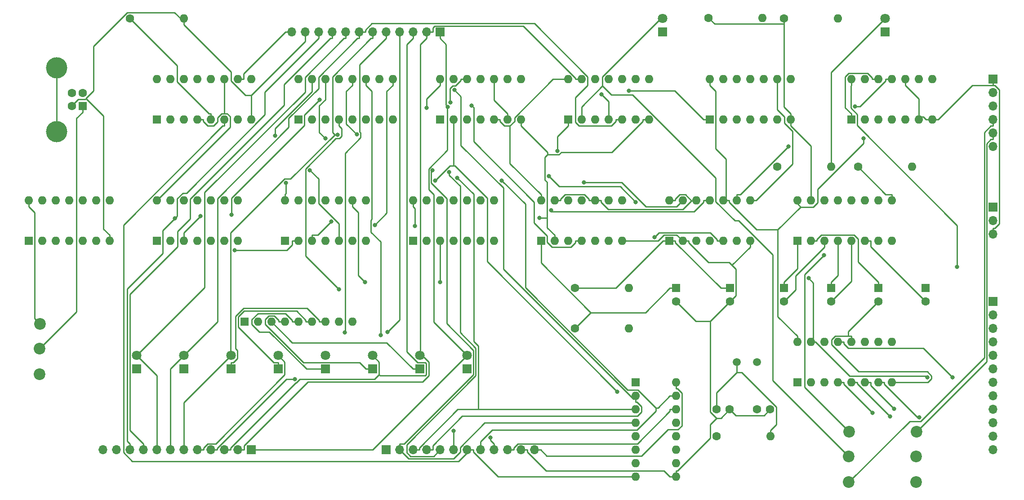
<source format=gbr>
%TF.GenerationSoftware,KiCad,Pcbnew,5.1.6-c6e7f7d~87~ubuntu16.04.1*%
%TF.CreationDate,2022-03-08T12:56:54-05:00*%
%TF.ProjectId,serial,73657269-616c-42e6-9b69-6361645f7063,rev?*%
%TF.SameCoordinates,Original*%
%TF.FileFunction,Copper,L2,Bot*%
%TF.FilePolarity,Positive*%
%FSLAX46Y46*%
G04 Gerber Fmt 4.6, Leading zero omitted, Abs format (unit mm)*
G04 Created by KiCad (PCBNEW 5.1.6-c6e7f7d~87~ubuntu16.04.1) date 2022-03-08 12:56:54*
%MOMM*%
%LPD*%
G01*
G04 APERTURE LIST*
%TA.AperFunction,ComponentPad*%
%ADD10O,1.600000X1.600000*%
%TD*%
%TA.AperFunction,ComponentPad*%
%ADD11R,1.600000X1.600000*%
%TD*%
%TA.AperFunction,ComponentPad*%
%ADD12C,1.500000*%
%TD*%
%TA.AperFunction,ComponentPad*%
%ADD13C,2.200000*%
%TD*%
%TA.AperFunction,ComponentPad*%
%ADD14C,1.600000*%
%TD*%
%TA.AperFunction,ComponentPad*%
%ADD15O,1.700000X1.700000*%
%TD*%
%TA.AperFunction,ComponentPad*%
%ADD16R,1.700000X1.700000*%
%TD*%
%TA.AperFunction,ComponentPad*%
%ADD17C,4.000000*%
%TD*%
%TA.AperFunction,ComponentPad*%
%ADD18C,1.800000*%
%TD*%
%TA.AperFunction,ComponentPad*%
%ADD19R,1.800000X1.800000*%
%TD*%
%TA.AperFunction,ViaPad*%
%ADD20C,0.800000*%
%TD*%
%TA.AperFunction,Conductor*%
%ADD21C,0.250000*%
%TD*%
G04 APERTURE END LIST*
D10*
%TO.P,U5,14*%
%TO.N,+5V*%
X134620000Y-13970000D03*
%TO.P,U5,7*%
%TO.N,GND*%
X149860000Y-21590000D03*
%TO.P,U5,13*%
%TO.N,Net-(U5-Pad13)*%
X137160000Y-13970000D03*
%TO.P,U5,6*%
%TO.N,Net-(U5-Pad6)*%
X147320000Y-21590000D03*
%TO.P,U5,12*%
%TO.N,Net-(U5-Pad12)*%
X139700000Y-13970000D03*
%TO.P,U5,5*%
%TO.N,Net-(U5-Pad5)*%
X144780000Y-21590000D03*
%TO.P,U5,11*%
%TO.N,Net-(U5-Pad11)*%
X142240000Y-13970000D03*
%TO.P,U5,4*%
%TO.N,Net-(U5-Pad4)*%
X142240000Y-21590000D03*
%TO.P,U5,10*%
%TO.N,Net-(U5-Pad10)*%
X144780000Y-13970000D03*
%TO.P,U5,3*%
%TO.N,B0_out*%
X139700000Y-21590000D03*
%TO.P,U5,9*%
%TO.N,Net-(U4-Pad9)*%
X147320000Y-13970000D03*
%TO.P,U5,2*%
%TO.N,B1_out*%
X137160000Y-21590000D03*
%TO.P,U5,8*%
%TO.N,Net-(U12-Pad3)*%
X149860000Y-13970000D03*
D11*
%TO.P,U5,1*%
%TO.N,B1_out*%
X134620000Y-21590000D03*
%TD*%
D10*
%TO.P,U4,14*%
%TO.N,+5V*%
X107950000Y-13970000D03*
%TO.P,U4,7*%
%TO.N,GND*%
X123190000Y-21590000D03*
%TO.P,U4,13*%
%TO.N,B1_out*%
X110490000Y-13970000D03*
%TO.P,U4,6*%
%TO.N,B5_out*%
X120650000Y-21590000D03*
%TO.P,U4,12*%
%TO.N,B2_out*%
X113030000Y-13970000D03*
%TO.P,U4,5*%
%TO.N,B6_out*%
X118110000Y-21590000D03*
%TO.P,U4,11*%
%TO.N,B3_out*%
X115570000Y-13970000D03*
%TO.P,U4,4*%
%TO.N,B7_out*%
X115570000Y-21590000D03*
%TO.P,U4,10*%
%TO.N,B4_out*%
X118110000Y-13970000D03*
%TO.P,U4,3*%
%TO.N,Net-(U4-Pad3)*%
X113030000Y-21590000D03*
%TO.P,U4,9*%
%TO.N,Net-(U4-Pad9)*%
X120650000Y-13970000D03*
%TO.P,U4,2*%
%TO.N,serial_in_ttl*%
X110490000Y-21590000D03*
%TO.P,U4,8*%
%TO.N,Net-(U12-Pad3)*%
X123190000Y-13970000D03*
D11*
%TO.P,U4,1*%
%TO.N,serial_in_ttl*%
X107950000Y-21590000D03*
%TD*%
D12*
%TO.P,Y1,2*%
%TO.N,Net-(C2-Pad1)*%
X143500000Y-67310000D03*
%TO.P,Y1,1*%
%TO.N,Net-(C1-Pad1)*%
X139700000Y-67310000D03*
%TD*%
D10*
%TO.P,U14,14*%
%TO.N,+5V*%
X78740000Y-36830000D03*
%TO.P,U14,7*%
%TO.N,GND*%
X93980000Y-44450000D03*
%TO.P,U14,13*%
%TO.N,N/C*%
X81280000Y-36830000D03*
%TO.P,U14,6*%
%TO.N,Net-(U14-Pad6)*%
X91440000Y-44450000D03*
%TO.P,U14,12*%
%TO.N,N/C*%
X83820000Y-36830000D03*
%TO.P,U14,5*%
%TO.N,Net-(U14-Pad5)*%
X88900000Y-44450000D03*
%TO.P,U14,11*%
%TO.N,N/C*%
X86360000Y-36830000D03*
%TO.P,U14,4*%
%TO.N,+5V*%
X86360000Y-44450000D03*
%TO.P,U14,10*%
%TO.N,N/C*%
X88900000Y-36830000D03*
%TO.P,U14,3*%
%TO.N,clock*%
X83820000Y-44450000D03*
%TO.P,U14,9*%
%TO.N,N/C*%
X91440000Y-36830000D03*
%TO.P,U14,2*%
%TO.N,Net-(U13-Pad3)*%
X81280000Y-44450000D03*
%TO.P,U14,8*%
%TO.N,N/C*%
X93980000Y-36830000D03*
D11*
%TO.P,U14,1*%
%TO.N,strobe_out*%
X78740000Y-44450000D03*
%TD*%
D10*
%TO.P,U13,14*%
%TO.N,+5V*%
X54610000Y-36830000D03*
%TO.P,U13,7*%
%TO.N,GND*%
X69850000Y-44450000D03*
%TO.P,U13,13*%
%TO.N,N/C*%
X57150000Y-36830000D03*
%TO.P,U13,6*%
%TO.N,serial_out_ttl*%
X67310000Y-44450000D03*
%TO.P,U13,12*%
%TO.N,N/C*%
X59690000Y-36830000D03*
%TO.P,U13,5*%
%TO.N,Net-(U1-Pad15)*%
X64770000Y-44450000D03*
%TO.P,U13,11*%
%TO.N,N/C*%
X62230000Y-36830000D03*
%TO.P,U13,4*%
%TO.N,Net-(U13-Pad4)*%
X62230000Y-44450000D03*
%TO.P,U13,10*%
%TO.N,strobe_in*%
X64770000Y-36830000D03*
%TO.P,U13,3*%
%TO.N,Net-(U13-Pad3)*%
X59690000Y-44450000D03*
%TO.P,U13,9*%
%TO.N,clock*%
X67310000Y-36830000D03*
%TO.P,U13,2*%
%TO.N,Net-(U12-Pad2)*%
X57150000Y-44450000D03*
%TO.P,U13,8*%
%TO.N,Net-(U1-Pad2)*%
X69850000Y-36830000D03*
D11*
%TO.P,U13,1*%
%TO.N,Net-(U11-Pad6)*%
X54610000Y-44450000D03*
%TD*%
D10*
%TO.P,U12,14*%
%TO.N,+5V*%
X30480000Y-36830000D03*
%TO.P,U12,7*%
%TO.N,GND*%
X45720000Y-44450000D03*
%TO.P,U12,13*%
%TO.N,N/C*%
X33020000Y-36830000D03*
%TO.P,U12,6*%
X43180000Y-44450000D03*
%TO.P,U12,12*%
X35560000Y-36830000D03*
%TO.P,U12,5*%
X40640000Y-44450000D03*
%TO.P,U12,11*%
X38100000Y-36830000D03*
%TO.P,U12,4*%
X38100000Y-44450000D03*
%TO.P,U12,10*%
X40640000Y-36830000D03*
%TO.P,U12,3*%
%TO.N,Net-(U12-Pad3)*%
X35560000Y-44450000D03*
%TO.P,U12,9*%
%TO.N,N/C*%
X43180000Y-36830000D03*
%TO.P,U12,2*%
%TO.N,Net-(U12-Pad2)*%
X33020000Y-44450000D03*
%TO.P,U12,8*%
%TO.N,N/C*%
X45720000Y-36830000D03*
D11*
%TO.P,U12,1*%
%TO.N,clock*%
X30480000Y-44450000D03*
%TD*%
D10*
%TO.P,U11,14*%
%TO.N,+5V*%
X6350000Y-36830000D03*
%TO.P,U11,7*%
%TO.N,GND*%
X21590000Y-44450000D03*
%TO.P,U11,13*%
%TO.N,N/C*%
X8890000Y-36830000D03*
%TO.P,U11,6*%
%TO.N,Net-(U11-Pad6)*%
X19050000Y-44450000D03*
%TO.P,U11,12*%
%TO.N,N/C*%
X11430000Y-36830000D03*
%TO.P,U11,5*%
%TO.N,serial_in_ttl*%
X16510000Y-44450000D03*
%TO.P,U11,11*%
%TO.N,Net-(U11-Pad11)*%
X13970000Y-36830000D03*
%TO.P,U11,4*%
%TO.N,Net-(U11-Pad4)*%
X13970000Y-44450000D03*
%TO.P,U11,10*%
%TO.N,Net-(U11-Pad10)*%
X16510000Y-36830000D03*
%TO.P,U11,3*%
%TO.N,Net-(U11-Pad3)*%
X11430000Y-44450000D03*
%TO.P,U11,9*%
%TO.N,N/C*%
X19050000Y-36830000D03*
%TO.P,U11,2*%
%TO.N,Net-(U1-Pad1)*%
X8890000Y-44450000D03*
%TO.P,U11,8*%
%TO.N,N/C*%
X21590000Y-36830000D03*
D11*
%TO.P,U11,1*%
%TO.N,strobe_in*%
X6350000Y-44450000D03*
%TD*%
D10*
%TO.P,U10,16*%
%TO.N,+5V*%
X151130000Y-36830000D03*
%TO.P,U10,8*%
%TO.N,Net-(J2-Pad1)*%
X168910000Y-44450000D03*
%TO.P,U10,15*%
%TO.N,GND*%
X153670000Y-36830000D03*
%TO.P,U10,7*%
%TO.N,Net-(J2-Pad2)*%
X166370000Y-44450000D03*
%TO.P,U10,14*%
%TO.N,Net-(U10-Pad14)*%
X156210000Y-36830000D03*
%TO.P,U10,6*%
%TO.N,Net-(C6-Pad2)*%
X163830000Y-44450000D03*
%TO.P,U10,13*%
%TO.N,Net-(U10-Pad13)*%
X158750000Y-36830000D03*
%TO.P,U10,5*%
%TO.N,Net-(C4-Pad2)*%
X161290000Y-44450000D03*
%TO.P,U10,12*%
%TO.N,Net-(U10-Pad12)*%
X161290000Y-36830000D03*
%TO.P,U10,4*%
%TO.N,Net-(C4-Pad1)*%
X158750000Y-44450000D03*
%TO.P,U10,11*%
%TO.N,Net-(U10-Pad11)*%
X163830000Y-36830000D03*
%TO.P,U10,3*%
%TO.N,Net-(C3-Pad2)*%
X156210000Y-44450000D03*
%TO.P,U10,10*%
%TO.N,Net-(R3-Pad1)*%
X166370000Y-36830000D03*
%TO.P,U10,2*%
%TO.N,Net-(C5-Pad1)*%
X153670000Y-44450000D03*
%TO.P,U10,9*%
%TO.N,Net-(R4-Pad1)*%
X168910000Y-36830000D03*
D11*
%TO.P,U10,1*%
%TO.N,Net-(C3-Pad1)*%
X151130000Y-44450000D03*
%TD*%
D10*
%TO.P,U9,16*%
%TO.N,+5V*%
X151130000Y-63500000D03*
%TO.P,U9,8*%
%TO.N,GND*%
X168910000Y-71120000D03*
%TO.P,U9,15*%
%TO.N,Net-(J6-Pad6)*%
X153670000Y-63500000D03*
%TO.P,U9,7*%
%TO.N,Net-(J6-Pad12)*%
X166370000Y-71120000D03*
%TO.P,U9,14*%
%TO.N,Net-(J6-Pad8)*%
X156210000Y-63500000D03*
%TO.P,U9,6*%
%TO.N,Net-(J6-Pad9)*%
X163830000Y-71120000D03*
%TO.P,U9,13*%
%TO.N,Net-(J6-Pad7)*%
X158750000Y-63500000D03*
%TO.P,U9,5*%
%TO.N,Net-(J6-Pad11)*%
X161290000Y-71120000D03*
%TO.P,U9,12*%
%TO.N,GND*%
X161290000Y-63500000D03*
%TO.P,U9,4*%
%TO.N,Net-(J6-Pad10)*%
X158750000Y-71120000D03*
%TO.P,U9,11*%
%TO.N,Net-(C1-Pad1)*%
X163830000Y-63500000D03*
%TO.P,U9,3*%
%TO.N,Net-(J6-Pad2)*%
X156210000Y-71120000D03*
%TO.P,U9,10*%
%TO.N,Net-(C2-Pad1)*%
X166370000Y-63500000D03*
%TO.P,U9,2*%
%TO.N,Net-(J6-Pad3)*%
X153670000Y-71120000D03*
%TO.P,U9,9*%
%TO.N,Net-(U9-Pad9)*%
X168910000Y-63500000D03*
D11*
%TO.P,U9,1*%
%TO.N,Net-(J6-Pad4)*%
X151130000Y-71120000D03*
%TD*%
D10*
%TO.P,U8,14*%
%TO.N,+5V*%
X127000000Y-36830000D03*
%TO.P,U8,7*%
%TO.N,GND*%
X142240000Y-44450000D03*
%TO.P,U8,13*%
%TO.N,strobe_out*%
X129540000Y-36830000D03*
%TO.P,U8,6*%
X139700000Y-44450000D03*
%TO.P,U8,12*%
%TO.N,+5V*%
X132080000Y-36830000D03*
%TO.P,U8,5*%
%TO.N,Net-(U12-Pad2)*%
X137160000Y-44450000D03*
%TO.P,U8,11*%
%TO.N,Net-(U14-Pad5)*%
X134620000Y-36830000D03*
%TO.P,U8,4*%
%TO.N,Net-(U4-Pad9)*%
X134620000Y-44450000D03*
%TO.P,U8,10*%
%TO.N,+5V*%
X137160000Y-36830000D03*
%TO.P,U8,3*%
%TO.N,Net-(U11-Pad10)*%
X132080000Y-44450000D03*
%TO.P,U8,9*%
%TO.N,Net-(U6-Pad2)*%
X139700000Y-36830000D03*
%TO.P,U8,2*%
%TO.N,GND*%
X129540000Y-44450000D03*
%TO.P,U8,8*%
%TO.N,Net-(U4-Pad9)*%
X142240000Y-36830000D03*
D11*
%TO.P,U8,1*%
%TO.N,Net-(C7-Pad1)*%
X127000000Y-44450000D03*
%TD*%
D10*
%TO.P,U7,14*%
%TO.N,+5V*%
X102870000Y-36830000D03*
%TO.P,U7,7*%
%TO.N,GND*%
X118110000Y-44450000D03*
%TO.P,U7,13*%
%TO.N,+5V*%
X105410000Y-36830000D03*
%TO.P,U7,6*%
%TO.N,Net-(U1-Pad15)*%
X115570000Y-44450000D03*
%TO.P,U7,12*%
%TO.N,Net-(U7-Pad12)*%
X107950000Y-36830000D03*
%TO.P,U7,5*%
%TO.N,Net-(U7-Pad5)*%
X113030000Y-44450000D03*
%TO.P,U7,11*%
%TO.N,Net-(J6-Pad6)*%
X110490000Y-36830000D03*
%TO.P,U7,4*%
%TO.N,Net-(U1-Pad1)*%
X110490000Y-44450000D03*
%TO.P,U7,10*%
%TO.N,+5V*%
X113030000Y-36830000D03*
%TO.P,U7,3*%
%TO.N,Net-(U11-Pad4)*%
X107950000Y-44450000D03*
%TO.P,U7,9*%
%TO.N,Net-(J6-Pad5)*%
X115570000Y-36830000D03*
%TO.P,U7,2*%
%TO.N,GND*%
X105410000Y-44450000D03*
%TO.P,U7,8*%
%TO.N,Net-(U7-Pad12)*%
X118110000Y-36830000D03*
D11*
%TO.P,U7,1*%
%TO.N,Net-(C8-Pad1)*%
X102870000Y-44450000D03*
%TD*%
D10*
%TO.P,U6,14*%
%TO.N,clock*%
X161290000Y-13970000D03*
%TO.P,U6,7*%
%TO.N,GND*%
X176530000Y-21590000D03*
%TO.P,U6,13*%
%TO.N,N/C*%
X163830000Y-13970000D03*
%TO.P,U6,6*%
%TO.N,GND*%
X173990000Y-21590000D03*
%TO.P,U6,12*%
%TO.N,Net-(U6-Pad1)*%
X166370000Y-13970000D03*
%TO.P,U6,5*%
%TO.N,+5V*%
X171450000Y-21590000D03*
%TO.P,U6,11*%
%TO.N,Net-(U11-Pad11)*%
X168910000Y-13970000D03*
%TO.P,U6,4*%
%TO.N,N/C*%
X168910000Y-21590000D03*
%TO.P,U6,10*%
%TO.N,GND*%
X171450000Y-13970000D03*
%TO.P,U6,3*%
%TO.N,Net-(U6-Pad2)*%
X166370000Y-21590000D03*
%TO.P,U6,9*%
%TO.N,Net-(U6-Pad9)*%
X173990000Y-13970000D03*
%TO.P,U6,2*%
%TO.N,Net-(U6-Pad2)*%
X163830000Y-21590000D03*
%TO.P,U6,8*%
%TO.N,Net-(U6-Pad8)*%
X176530000Y-13970000D03*
D11*
%TO.P,U6,1*%
%TO.N,Net-(U6-Pad1)*%
X161290000Y-21590000D03*
%TD*%
D10*
%TO.P,U3,14*%
%TO.N,Net-(U1-Pad2)*%
X83820000Y-13970000D03*
%TO.P,U3,7*%
%TO.N,GND*%
X99060000Y-21590000D03*
%TO.P,U3,13*%
%TO.N,N/C*%
X86360000Y-13970000D03*
%TO.P,U3,6*%
%TO.N,GND*%
X96520000Y-21590000D03*
%TO.P,U3,12*%
%TO.N,Net-(U3-Pad1)*%
X88900000Y-13970000D03*
%TO.P,U3,5*%
%TO.N,+5V*%
X93980000Y-21590000D03*
%TO.P,U3,11*%
%TO.N,Net-(U11-Pad3)*%
X91440000Y-13970000D03*
%TO.P,U3,4*%
%TO.N,N/C*%
X91440000Y-21590000D03*
%TO.P,U3,10*%
%TO.N,GND*%
X93980000Y-13970000D03*
%TO.P,U3,3*%
%TO.N,strobe_in*%
X88900000Y-21590000D03*
%TO.P,U3,9*%
%TO.N,Net-(U3-Pad9)*%
X96520000Y-13970000D03*
%TO.P,U3,2*%
%TO.N,strobe_in*%
X86360000Y-21590000D03*
%TO.P,U3,8*%
%TO.N,Net-(U3-Pad8)*%
X99060000Y-13970000D03*
D11*
%TO.P,U3,1*%
%TO.N,Net-(U3-Pad1)*%
X83820000Y-21590000D03*
%TD*%
D10*
%TO.P,U2,16*%
%TO.N,+5V*%
X57150000Y-13970000D03*
%TO.P,U2,8*%
%TO.N,GND*%
X74930000Y-21590000D03*
%TO.P,U2,15*%
%TO.N,Net-(U1-Pad15)*%
X59690000Y-13970000D03*
%TO.P,U2,7*%
%TO.N,Net-(U2-Pad7)*%
X72390000Y-21590000D03*
%TO.P,U2,14*%
%TO.N,B2_in*%
X62230000Y-13970000D03*
%TO.P,U2,6*%
%TO.N,+5V*%
X69850000Y-21590000D03*
%TO.P,U2,13*%
%TO.N,B3_in*%
X64770000Y-13970000D03*
%TO.P,U2,5*%
%TO.N,GND*%
X67310000Y-21590000D03*
%TO.P,U2,12*%
%TO.N,B4_in*%
X67310000Y-13970000D03*
%TO.P,U2,4*%
%TO.N,B0_in*%
X64770000Y-21590000D03*
%TO.P,U2,11*%
%TO.N,B5_in*%
X69850000Y-13970000D03*
%TO.P,U2,3*%
%TO.N,B1_in*%
X62230000Y-21590000D03*
%TO.P,U2,10*%
%TO.N,Net-(U1-Pad9)*%
X72390000Y-13970000D03*
%TO.P,U2,2*%
%TO.N,Net-(U1-Pad2)*%
X59690000Y-21590000D03*
%TO.P,U2,9*%
%TO.N,Net-(U13-Pad4)*%
X74930000Y-13970000D03*
D11*
%TO.P,U2,1*%
%TO.N,Net-(U1-Pad1)*%
X57150000Y-21590000D03*
%TD*%
D10*
%TO.P,U1,16*%
%TO.N,+5V*%
X30480000Y-13970000D03*
%TO.P,U1,8*%
%TO.N,GND*%
X48260000Y-21590000D03*
%TO.P,U1,15*%
%TO.N,Net-(U1-Pad15)*%
X33020000Y-13970000D03*
%TO.P,U1,7*%
%TO.N,Net-(U1-Pad7)*%
X45720000Y-21590000D03*
%TO.P,U1,14*%
%TO.N,+5V*%
X35560000Y-13970000D03*
%TO.P,U1,6*%
%TO.N,B6_in*%
X43180000Y-21590000D03*
%TO.P,U1,13*%
%TO.N,+5V*%
X38100000Y-13970000D03*
%TO.P,U1,5*%
%TO.N,B7_in*%
X40640000Y-21590000D03*
%TO.P,U1,12*%
%TO.N,+5V*%
X40640000Y-13970000D03*
%TO.P,U1,4*%
X38100000Y-21590000D03*
%TO.P,U1,11*%
X43180000Y-13970000D03*
%TO.P,U1,3*%
X35560000Y-21590000D03*
%TO.P,U1,10*%
X45720000Y-13970000D03*
%TO.P,U1,2*%
%TO.N,Net-(U1-Pad2)*%
X33020000Y-21590000D03*
%TO.P,U1,9*%
%TO.N,Net-(U1-Pad9)*%
X48260000Y-13970000D03*
D11*
%TO.P,U1,1*%
%TO.N,Net-(U1-Pad1)*%
X30480000Y-21590000D03*
%TD*%
D13*
%TO.P,SW3,2*%
%TO.N,serial_in_ttl*%
X173482000Y-85090000D03*
%TO.P,SW3,3*%
%TO.N,N/C*%
X173482000Y-89916000D03*
%TO.P,SW3,1*%
%TO.N,serial_out_ttl*%
X173580000Y-80390000D03*
%TD*%
%TO.P,SW2,2*%
%TO.N,serial_in_ttl*%
X160782000Y-85090000D03*
%TO.P,SW2,3*%
%TO.N,Net-(J1-Pad4)*%
X160782000Y-89916000D03*
%TO.P,SW2,1*%
%TO.N,Net-(R4-Pad2)*%
X160880000Y-80390000D03*
%TD*%
%TO.P,SW1,2*%
%TO.N,Net-(J1-Pad3)*%
X8382000Y-64770000D03*
%TO.P,SW1,3*%
%TO.N,N/C*%
X8382000Y-69596000D03*
%TO.P,SW1,1*%
%TO.N,+5V*%
X8480000Y-60070000D03*
%TD*%
D10*
%TO.P,RN1,9*%
%TO.N,Net-(D8-Pad1)*%
X67310000Y-59690000D03*
%TO.P,RN1,8*%
%TO.N,Net-(D7-Pad1)*%
X64770000Y-59690000D03*
%TO.P,RN1,7*%
%TO.N,Net-(D6-Pad1)*%
X62230000Y-59690000D03*
%TO.P,RN1,6*%
%TO.N,Net-(D5-Pad1)*%
X59690000Y-59690000D03*
%TO.P,RN1,5*%
%TO.N,Net-(D4-Pad1)*%
X57150000Y-59690000D03*
%TO.P,RN1,4*%
%TO.N,Net-(D3-Pad1)*%
X54610000Y-59690000D03*
%TO.P,RN1,3*%
%TO.N,Net-(D2-Pad1)*%
X52070000Y-59690000D03*
%TO.P,RN1,2*%
%TO.N,Net-(D1-Pad1)*%
X49530000Y-59690000D03*
D11*
%TO.P,RN1,1*%
%TO.N,GND*%
X46990000Y-59690000D03*
%TD*%
D10*
%TO.P,R8,2*%
%TO.N,+5V*%
X119380000Y-60960000D03*
D14*
%TO.P,R8,1*%
%TO.N,Net-(C8-Pad1)*%
X109220000Y-60960000D03*
%TD*%
D10*
%TO.P,R7,2*%
%TO.N,+5V*%
X119380000Y-53340000D03*
D14*
%TO.P,R7,1*%
%TO.N,Net-(C7-Pad1)*%
X109220000Y-53340000D03*
%TD*%
D10*
%TO.P,R6,2*%
%TO.N,Net-(D10-Pad1)*%
X158750000Y-2540000D03*
D14*
%TO.P,R6,1*%
%TO.N,GND*%
X148590000Y-2540000D03*
%TD*%
D10*
%TO.P,R5,2*%
%TO.N,Net-(D9-Pad1)*%
X144590000Y-2400000D03*
D14*
%TO.P,R5,1*%
%TO.N,GND*%
X134430000Y-2400000D03*
%TD*%
D10*
%TO.P,R4,2*%
%TO.N,Net-(R4-Pad2)*%
X172720000Y-30480000D03*
D14*
%TO.P,R4,1*%
%TO.N,Net-(R4-Pad1)*%
X162560000Y-30480000D03*
%TD*%
D10*
%TO.P,R3,2*%
%TO.N,serial_out_ttl*%
X157480000Y-30480000D03*
D14*
%TO.P,R3,1*%
%TO.N,Net-(R3-Pad1)*%
X147320000Y-30480000D03*
%TD*%
D10*
%TO.P,R2,2*%
%TO.N,Net-(C1-Pad1)*%
X146050000Y-81280000D03*
D14*
%TO.P,R2,1*%
%TO.N,Net-(C2-Pad1)*%
X135890000Y-81280000D03*
%TD*%
D10*
%TO.P,R1,2*%
%TO.N,GND*%
X35560000Y-2540000D03*
D14*
%TO.P,R1,1*%
%TO.N,B7_in*%
X25400000Y-2540000D03*
%TD*%
D15*
%TO.P,J8,12*%
%TO.N,+5V*%
X55880000Y-5080000D03*
%TO.P,J8,11*%
%TO.N,GND*%
X58420000Y-5080000D03*
%TO.P,J8,10*%
%TO.N,strobe_out*%
X60960000Y-5080000D03*
%TO.P,J8,9*%
%TO.N,CLS*%
X63500000Y-5080000D03*
%TO.P,J8,8*%
%TO.N,B7_out*%
X66040000Y-5080000D03*
%TO.P,J8,7*%
%TO.N,B6_out*%
X68580000Y-5080000D03*
%TO.P,J8,6*%
%TO.N,B5_out*%
X71120000Y-5080000D03*
%TO.P,J8,5*%
%TO.N,B4_out*%
X73660000Y-5080000D03*
%TO.P,J8,4*%
%TO.N,B3_out*%
X76200000Y-5080000D03*
%TO.P,J8,3*%
%TO.N,B2_out*%
X78740000Y-5080000D03*
%TO.P,J8,2*%
%TO.N,B1_out*%
X81280000Y-5080000D03*
D16*
%TO.P,J8,1*%
%TO.N,B0_out*%
X83820000Y-5080000D03*
%TD*%
D17*
%TO.P,J7,5*%
%TO.N,Net-(J7-Pad5)*%
X11650000Y-23800000D03*
X11650000Y-11800000D03*
D14*
%TO.P,J7,4*%
%TO.N,GND*%
X14510000Y-19050000D03*
%TO.P,J7,3*%
%TO.N,Net-(J7-Pad3)*%
X14510000Y-16550000D03*
%TO.P,J7,2*%
%TO.N,Net-(J7-Pad2)*%
X16510000Y-16550000D03*
D11*
%TO.P,J7,1*%
%TO.N,Net-(J1-Pad3)*%
X16510000Y-19050000D03*
%TD*%
D15*
%TO.P,J6,12*%
%TO.N,Net-(J6-Pad12)*%
X187960000Y-83820000D03*
%TO.P,J6,11*%
%TO.N,Net-(J6-Pad11)*%
X187960000Y-81280000D03*
%TO.P,J6,10*%
%TO.N,Net-(J6-Pad10)*%
X187960000Y-78740000D03*
%TO.P,J6,9*%
%TO.N,Net-(J6-Pad9)*%
X187960000Y-76200000D03*
%TO.P,J6,8*%
%TO.N,Net-(J6-Pad8)*%
X187960000Y-73660000D03*
%TO.P,J6,7*%
%TO.N,Net-(J6-Pad7)*%
X187960000Y-71120000D03*
%TO.P,J6,6*%
%TO.N,Net-(J6-Pad6)*%
X187960000Y-68580000D03*
%TO.P,J6,5*%
%TO.N,Net-(J6-Pad5)*%
X187960000Y-66040000D03*
%TO.P,J6,4*%
%TO.N,Net-(J6-Pad4)*%
X187960000Y-63500000D03*
%TO.P,J6,3*%
%TO.N,Net-(J6-Pad3)*%
X187960000Y-60960000D03*
%TO.P,J6,2*%
%TO.N,Net-(J6-Pad2)*%
X187960000Y-58420000D03*
D16*
%TO.P,J6,1*%
%TO.N,clock*%
X187960000Y-55880000D03*
%TD*%
D15*
%TO.P,J5,12*%
%TO.N,+5V*%
X20320000Y-83820000D03*
%TO.P,J5,11*%
%TO.N,GND*%
X22860000Y-83820000D03*
%TO.P,J5,10*%
%TO.N,strobe_out*%
X25400000Y-83820000D03*
%TO.P,J5,9*%
%TO.N,CLS*%
X27940000Y-83820000D03*
%TO.P,J5,8*%
%TO.N,B7_out*%
X30480000Y-83820000D03*
%TO.P,J5,7*%
%TO.N,B6_out*%
X33020000Y-83820000D03*
%TO.P,J5,6*%
%TO.N,B5_out*%
X35560000Y-83820000D03*
%TO.P,J5,5*%
%TO.N,B4_out*%
X38100000Y-83820000D03*
%TO.P,J5,4*%
%TO.N,B3_out*%
X40640000Y-83820000D03*
%TO.P,J5,3*%
%TO.N,B2_out*%
X43180000Y-83820000D03*
%TO.P,J5,2*%
%TO.N,B1_out*%
X45720000Y-83820000D03*
D16*
%TO.P,J5,1*%
%TO.N,B0_out*%
X48260000Y-83820000D03*
%TD*%
D10*
%TO.P,J4,16*%
%TO.N,+5V*%
X128270000Y-71120000D03*
%TO.P,J4,8*%
%TO.N,B6_in*%
X120650000Y-88900000D03*
%TO.P,J4,15*%
%TO.N,B7_in*%
X128270000Y-73660000D03*
%TO.P,J4,7*%
%TO.N,B5_in*%
X120650000Y-86360000D03*
%TO.P,J4,14*%
%TO.N,strobe_in*%
X128270000Y-76200000D03*
%TO.P,J4,6*%
%TO.N,B4_in*%
X120650000Y-83820000D03*
%TO.P,J4,13*%
%TO.N,Net-(J4-Pad13)*%
X128270000Y-78740000D03*
%TO.P,J4,5*%
%TO.N,B0_in*%
X120650000Y-81280000D03*
%TO.P,J4,12*%
%TO.N,CLS*%
X128270000Y-81280000D03*
%TO.P,J4,4*%
%TO.N,B1_in*%
X120650000Y-78740000D03*
%TO.P,J4,11*%
%TO.N,Net-(J4-Pad11)*%
X128270000Y-83820000D03*
%TO.P,J4,3*%
%TO.N,B2_in*%
X120650000Y-76200000D03*
%TO.P,J4,10*%
%TO.N,Net-(J4-Pad10)*%
X128270000Y-86360000D03*
%TO.P,J4,2*%
%TO.N,B3_in*%
X120650000Y-73660000D03*
%TO.P,J4,9*%
%TO.N,GND*%
X128270000Y-88900000D03*
D11*
%TO.P,J4,1*%
%TO.N,Net-(J4-Pad1)*%
X120650000Y-71120000D03*
%TD*%
D15*
%TO.P,J3,12*%
%TO.N,+5V*%
X101600000Y-83820000D03*
%TO.P,J3,11*%
%TO.N,GND*%
X99060000Y-83820000D03*
%TO.P,J3,10*%
%TO.N,strobe_in*%
X96520000Y-83820000D03*
%TO.P,J3,9*%
%TO.N,CLS*%
X93980000Y-83820000D03*
%TO.P,J3,8*%
%TO.N,B7_in*%
X91440000Y-83820000D03*
%TO.P,J3,7*%
%TO.N,B6_in*%
X88900000Y-83820000D03*
%TO.P,J3,6*%
%TO.N,B5_in*%
X86360000Y-83820000D03*
%TO.P,J3,5*%
%TO.N,B4_in*%
X83820000Y-83820000D03*
%TO.P,J3,4*%
%TO.N,B3_in*%
X81280000Y-83820000D03*
%TO.P,J3,3*%
%TO.N,B2_in*%
X78740000Y-83820000D03*
%TO.P,J3,2*%
%TO.N,B1_in*%
X76200000Y-83820000D03*
D16*
%TO.P,J3,1*%
%TO.N,B0_in*%
X73660000Y-83820000D03*
%TD*%
D15*
%TO.P,J2,3*%
%TO.N,GND*%
X187960000Y-43180000D03*
%TO.P,J2,2*%
%TO.N,Net-(J2-Pad2)*%
X187960000Y-40640000D03*
D16*
%TO.P,J2,1*%
%TO.N,Net-(J2-Pad1)*%
X187960000Y-38100000D03*
%TD*%
D15*
%TO.P,J1,6*%
%TO.N,Net-(J1-Pad6)*%
X187960000Y-26670000D03*
%TO.P,J1,5*%
%TO.N,serial_out_ttl*%
X187960000Y-24130000D03*
%TO.P,J1,4*%
%TO.N,Net-(J1-Pad4)*%
X187960000Y-21590000D03*
%TO.P,J1,3*%
%TO.N,Net-(J1-Pad3)*%
X187960000Y-19050000D03*
%TO.P,J1,2*%
%TO.N,Net-(J1-Pad2)*%
X187960000Y-16510000D03*
D16*
%TO.P,J1,1*%
%TO.N,GND*%
X187960000Y-13970000D03*
%TD*%
D18*
%TO.P,D10,2*%
%TO.N,serial_out_ttl*%
X167640000Y-2540000D03*
D19*
%TO.P,D10,1*%
%TO.N,Net-(D10-Pad1)*%
X167640000Y-5080000D03*
%TD*%
D18*
%TO.P,D9,2*%
%TO.N,serial_in_ttl*%
X125730000Y-2540000D03*
D19*
%TO.P,D9,1*%
%TO.N,Net-(D9-Pad1)*%
X125730000Y-5080000D03*
%TD*%
D18*
%TO.P,D8,2*%
%TO.N,B7_out*%
X26670000Y-66040000D03*
D19*
%TO.P,D8,1*%
%TO.N,Net-(D8-Pad1)*%
X26670000Y-68580000D03*
%TD*%
D18*
%TO.P,D7,2*%
%TO.N,B6_out*%
X35560000Y-66040000D03*
D19*
%TO.P,D7,1*%
%TO.N,Net-(D7-Pad1)*%
X35560000Y-68580000D03*
%TD*%
D18*
%TO.P,D6,2*%
%TO.N,B5_out*%
X44450000Y-66040000D03*
D19*
%TO.P,D6,1*%
%TO.N,Net-(D6-Pad1)*%
X44450000Y-68580000D03*
%TD*%
D18*
%TO.P,D5,2*%
%TO.N,B4_out*%
X53340000Y-66040000D03*
D19*
%TO.P,D5,1*%
%TO.N,Net-(D5-Pad1)*%
X53340000Y-68580000D03*
%TD*%
D18*
%TO.P,D4,2*%
%TO.N,B3_out*%
X62230000Y-66040000D03*
D19*
%TO.P,D4,1*%
%TO.N,Net-(D4-Pad1)*%
X62230000Y-68580000D03*
%TD*%
D18*
%TO.P,D3,2*%
%TO.N,B2_out*%
X71120000Y-66040000D03*
D19*
%TO.P,D3,1*%
%TO.N,Net-(D3-Pad1)*%
X71120000Y-68580000D03*
%TD*%
D18*
%TO.P,D2,2*%
%TO.N,B1_out*%
X80010000Y-66040000D03*
D19*
%TO.P,D2,1*%
%TO.N,Net-(D2-Pad1)*%
X80010000Y-68580000D03*
%TD*%
D18*
%TO.P,D1,2*%
%TO.N,B0_out*%
X88900000Y-66040000D03*
D19*
%TO.P,D1,1*%
%TO.N,Net-(D1-Pad1)*%
X88900000Y-68580000D03*
%TD*%
D14*
%TO.P,C8,2*%
%TO.N,GND*%
X128270000Y-55840000D03*
D11*
%TO.P,C8,1*%
%TO.N,Net-(C8-Pad1)*%
X128270000Y-53340000D03*
%TD*%
D14*
%TO.P,C7,2*%
%TO.N,GND*%
X138430000Y-55840000D03*
D11*
%TO.P,C7,1*%
%TO.N,Net-(C7-Pad1)*%
X138430000Y-53340000D03*
%TD*%
D14*
%TO.P,C6,2*%
%TO.N,Net-(C6-Pad2)*%
X175260000Y-55840000D03*
D11*
%TO.P,C6,1*%
%TO.N,GND*%
X175260000Y-53340000D03*
%TD*%
D14*
%TO.P,C5,2*%
%TO.N,GND*%
X166370000Y-55840000D03*
D11*
%TO.P,C5,1*%
%TO.N,Net-(C5-Pad1)*%
X166370000Y-53340000D03*
%TD*%
D14*
%TO.P,C4,2*%
%TO.N,Net-(C4-Pad2)*%
X157480000Y-55840000D03*
D11*
%TO.P,C4,1*%
%TO.N,Net-(C4-Pad1)*%
X157480000Y-53340000D03*
%TD*%
D14*
%TO.P,C3,2*%
%TO.N,Net-(C3-Pad2)*%
X148590000Y-55840000D03*
D11*
%TO.P,C3,1*%
%TO.N,Net-(C3-Pad1)*%
X148590000Y-53340000D03*
%TD*%
D14*
%TO.P,C2,2*%
%TO.N,GND*%
X146010000Y-76200000D03*
%TO.P,C2,1*%
%TO.N,Net-(C2-Pad1)*%
X143510000Y-76200000D03*
%TD*%
%TO.P,C1,2*%
%TO.N,GND*%
X138390000Y-76200000D03*
%TO.P,C1,1*%
%TO.N,Net-(C1-Pad1)*%
X135890000Y-76200000D03*
%TD*%
D20*
%TO.N,GND*%
X102589100Y-40097900D03*
%TO.N,B0_out*%
X85258300Y-19176000D03*
%TO.N,B1_out*%
X119438300Y-16125500D03*
%TO.N,B3_out*%
X56481800Y-70446300D03*
X73903600Y-61621600D03*
%TO.N,B4_out*%
X65871000Y-61646500D03*
%TO.N,B5_out*%
X64544600Y-24411400D03*
%TO.N,B7_out*%
X114202800Y-16833400D03*
%TO.N,serial_in_ttl*%
X105931100Y-27463000D03*
%TO.N,+5V*%
X54841300Y-33466800D03*
X79062200Y-41589800D03*
X163624200Y-25103100D03*
%TO.N,strobe_in*%
X117239200Y-72831500D03*
X82911000Y-33095700D03*
%TO.N,CLS*%
X93302400Y-81459400D03*
%TO.N,B7_in*%
X95463200Y-33034900D03*
%TO.N,B5_in*%
X72628000Y-62180100D03*
X86344600Y-80193500D03*
%TO.N,B4_in*%
X68171100Y-24364100D03*
X85557300Y-31494900D03*
%TO.N,B3_in*%
X86521400Y-15960700D03*
%TO.N,B2_in*%
X62237600Y-25137700D03*
X87102100Y-32535000D03*
%TO.N,B1_in*%
X82446700Y-31130700D03*
%TO.N,B0_in*%
X64801700Y-53557000D03*
%TO.N,strobe_out*%
X33887800Y-40168500D03*
X110918700Y-33407100D03*
%TO.N,Net-(J6-Pad12)*%
X174065500Y-77677100D03*
%TO.N,Net-(J6-Pad11)*%
X168614400Y-77553300D03*
%TO.N,Net-(J6-Pad10)*%
X165288900Y-76815200D03*
%TO.N,Net-(J6-Pad9)*%
X169333800Y-76089800D03*
%TO.N,Net-(J6-Pad7)*%
X180388100Y-70182400D03*
%TO.N,Net-(J6-Pad6)*%
X153233200Y-51472200D03*
X175619500Y-70105500D03*
%TO.N,clock*%
X181245900Y-49302500D03*
X83820000Y-52211800D03*
X69730300Y-52214600D03*
%TO.N,Net-(R4-Pad2)*%
X156130300Y-47110500D03*
%TO.N,Net-(U1-Pad15)*%
X59304500Y-31097700D03*
X52761900Y-24555100D03*
%TO.N,Net-(U1-Pad2)*%
X81289600Y-19348400D03*
%TO.N,Net-(U1-Pad1)*%
X89805500Y-18895000D03*
%TO.N,Net-(U13-Pad4)*%
X71529000Y-41403200D03*
%TO.N,Net-(U3-Pad1)*%
X85809100Y-18312000D03*
%TO.N,Net-(U12-Pad3)*%
X61137000Y-17815500D03*
X44561900Y-39487900D03*
X38692500Y-39791800D03*
%TO.N,Net-(U11-Pad11)*%
X162013700Y-19087000D03*
%TO.N,Net-(U6-Pad2)*%
X149500400Y-26641500D03*
%TO.N,Net-(U12-Pad2)*%
X45150000Y-46210000D03*
X124205600Y-43721300D03*
%TO.N,Net-(U14-Pad5)*%
X104738100Y-38673100D03*
%TO.N,Net-(U11-Pad10)*%
X104294100Y-32199900D03*
X120712000Y-37128400D03*
%TO.N,Net-(U13-Pad3)*%
X63335500Y-40804500D03*
%TD*%
D21*
%TO.N,GND*%
X17150900Y-17566000D02*
X17004300Y-17712600D01*
X17004300Y-17712600D02*
X15719000Y-17712600D01*
X15719000Y-17712600D02*
X14510000Y-18921600D01*
X14510000Y-18921600D02*
X14510000Y-19050000D01*
X35560000Y-3102600D02*
X33831100Y-1373700D01*
X33831100Y-1373700D02*
X24932700Y-1373700D01*
X24932700Y-1373700D02*
X18567500Y-7738900D01*
X18567500Y-7738900D02*
X18567500Y-16149400D01*
X18567500Y-16149400D02*
X17150900Y-17566000D01*
X17150900Y-17566000D02*
X20464700Y-20879900D01*
X20464700Y-20879900D02*
X20464700Y-42199400D01*
X20464700Y-42199400D02*
X21590000Y-43324700D01*
X21590000Y-44450000D02*
X21590000Y-43324700D01*
X35560000Y-3102600D02*
X35560000Y-3665300D01*
X35560000Y-2540000D02*
X35560000Y-3102600D01*
X134698100Y-59571900D02*
X138430000Y-55840000D01*
X135906100Y-77854400D02*
X134698100Y-76646400D01*
X134698100Y-76646400D02*
X134698100Y-59571900D01*
X134698100Y-59571900D02*
X132001900Y-59571900D01*
X132001900Y-59571900D02*
X128270000Y-55840000D01*
X135906100Y-77854400D02*
X136735600Y-77854400D01*
X136735600Y-77854400D02*
X138390000Y-76200000D01*
X128270000Y-87774700D02*
X128551300Y-87774700D01*
X128551300Y-87774700D02*
X134745800Y-81580200D01*
X134745800Y-81580200D02*
X134745800Y-79014700D01*
X134745800Y-79014700D02*
X135906100Y-77854400D01*
X104058500Y-28188300D02*
X103568800Y-28678000D01*
X103568800Y-28678000D02*
X103568800Y-32915700D01*
X103568800Y-32915700D02*
X104012800Y-33359700D01*
X104012800Y-33359700D02*
X104012800Y-40097900D01*
X104012800Y-40097900D02*
X102589100Y-40097900D01*
X105410000Y-43324700D02*
X104012800Y-41927500D01*
X104012800Y-41927500D02*
X104012800Y-40097900D01*
X171450000Y-13970000D02*
X171450000Y-15095300D01*
X173990000Y-21027300D02*
X173990000Y-17635300D01*
X173990000Y-17635300D02*
X171450000Y-15095300D01*
X173990000Y-21027300D02*
X174842000Y-21027300D01*
X174842000Y-21027300D02*
X175404700Y-21590000D01*
X104058500Y-28188300D02*
X104058500Y-27713800D01*
X104058500Y-27713800D02*
X99060000Y-22715300D01*
X104058500Y-28188300D02*
X106231600Y-28188300D01*
X106231600Y-28188300D02*
X106706000Y-27713900D01*
X106706000Y-27713900D02*
X106706000Y-27713800D01*
X106706000Y-27713800D02*
X116222200Y-27713800D01*
X116222200Y-27713800D02*
X122064700Y-21871300D01*
X122064700Y-21871300D02*
X122064700Y-21590000D01*
X160694800Y-62342100D02*
X158275400Y-62342100D01*
X158275400Y-62342100D02*
X157574000Y-63043500D01*
X157574000Y-63043500D02*
X157574000Y-63977500D01*
X157574000Y-63977500D02*
X162658200Y-69061700D01*
X162658200Y-69061700D02*
X175601700Y-69061700D01*
X175601700Y-69061700D02*
X176396200Y-69856200D01*
X176396200Y-69856200D02*
X176396200Y-70396200D01*
X176396200Y-70396200D02*
X175672400Y-71120000D01*
X175672400Y-71120000D02*
X170035300Y-71120000D01*
X176530000Y-21590000D02*
X175404700Y-21590000D01*
X173990000Y-21590000D02*
X173990000Y-21027300D01*
X161290000Y-63500000D02*
X161290000Y-62374700D01*
X161290000Y-62374700D02*
X160727400Y-62374700D01*
X160727400Y-62374700D02*
X160694800Y-62342100D01*
X166370000Y-55840000D02*
X160694800Y-61515200D01*
X160694800Y-61515200D02*
X160694800Y-62342100D01*
X168910000Y-71120000D02*
X170035300Y-71120000D01*
X149860000Y-21590000D02*
X149860000Y-22715300D01*
X153670000Y-36830000D02*
X153670000Y-26525300D01*
X153670000Y-26525300D02*
X149860000Y-22715300D01*
X148590000Y-3526600D02*
X148590000Y-19194700D01*
X148590000Y-19194700D02*
X149860000Y-20464700D01*
X148590000Y-2540000D02*
X148590000Y-3526600D01*
X148590000Y-3526600D02*
X135556600Y-3526600D01*
X135556600Y-3526600D02*
X134430000Y-2400000D01*
X123190000Y-21590000D02*
X122064700Y-21590000D01*
X119235300Y-44450000D02*
X124919200Y-44450000D01*
X124919200Y-44450000D02*
X126044500Y-43324700D01*
X126044500Y-43324700D02*
X128414700Y-43324700D01*
X128414700Y-43324700D02*
X129540000Y-44450000D01*
X99060000Y-21590000D02*
X99060000Y-22715300D01*
X105410000Y-44450000D02*
X105410000Y-43324700D01*
X176530000Y-21590000D02*
X177655300Y-21590000D01*
X177655300Y-21590000D02*
X184100000Y-15145300D01*
X184100000Y-15145300D02*
X187960000Y-15145300D01*
X146010000Y-76200000D02*
X144884600Y-77325400D01*
X144884600Y-77325400D02*
X139515400Y-77325400D01*
X139515400Y-77325400D02*
X138390000Y-76200000D01*
X138807800Y-49007500D02*
X138245100Y-48444900D01*
X138245100Y-48444900D02*
X134378800Y-48444900D01*
X134378800Y-48444900D02*
X130665300Y-44731400D01*
X130665300Y-44731400D02*
X130665300Y-44450000D01*
X138430000Y-55840000D02*
X139556700Y-54713300D01*
X139556700Y-54713300D02*
X139556700Y-49756500D01*
X139556700Y-49756500D02*
X138807800Y-49007500D01*
X138807800Y-49007500D02*
X142240000Y-45575300D01*
X142240000Y-44450000D02*
X142240000Y-45575300D01*
X129540000Y-44450000D02*
X130665300Y-44450000D01*
X118110000Y-44450000D02*
X119235300Y-44450000D01*
X96520000Y-21590000D02*
X96520000Y-20464700D01*
X96520000Y-20464700D02*
X93980000Y-17924700D01*
X93980000Y-17924700D02*
X93980000Y-13970000D01*
X35560000Y-3665300D02*
X44450000Y-12555300D01*
X44450000Y-12555300D02*
X44450000Y-14296000D01*
X44450000Y-14296000D02*
X47172200Y-17018200D01*
X47172200Y-17018200D02*
X48260000Y-17018200D01*
X48260000Y-17018200D02*
X58420000Y-6858200D01*
X58420000Y-6858200D02*
X58420000Y-6255300D01*
X48260000Y-21590000D02*
X48260000Y-17018200D01*
X149860000Y-21590000D02*
X149860000Y-20464700D01*
X58420000Y-5080000D02*
X58420000Y-6255300D01*
X128270000Y-88900000D02*
X127144700Y-88900000D01*
X99060000Y-83820000D02*
X100235300Y-83820000D01*
X100235300Y-83820000D02*
X100235300Y-84187400D01*
X100235300Y-84187400D02*
X103822600Y-87774700D01*
X103822600Y-87774700D02*
X126019400Y-87774700D01*
X126019400Y-87774700D02*
X127144700Y-88900000D01*
X187960000Y-13970000D02*
X187960000Y-15145300D01*
X187960000Y-43180000D02*
X187960000Y-42004700D01*
X187960000Y-42004700D02*
X188327300Y-42004700D01*
X188327300Y-42004700D02*
X189135300Y-41196700D01*
X189135300Y-41196700D02*
X189135300Y-15953200D01*
X189135300Y-15953200D02*
X188327400Y-15145300D01*
X188327400Y-15145300D02*
X187960000Y-15145300D01*
X128270000Y-88900000D02*
X128270000Y-87774700D01*
%TO.N,Net-(C1-Pad1)*%
X139700000Y-69215000D02*
X140646800Y-69215000D01*
X140646800Y-69215000D02*
X147175300Y-75743500D01*
X147175300Y-75743500D02*
X147175300Y-79029400D01*
X147175300Y-79029400D02*
X146050000Y-80154700D01*
X135890000Y-76200000D02*
X135890000Y-73025000D01*
X135890000Y-73025000D02*
X139700000Y-69215000D01*
X139700000Y-69215000D02*
X139700000Y-67310000D01*
X146050000Y-81280000D02*
X146050000Y-80154700D01*
%TO.N,Net-(C3-Pad2)*%
X156210000Y-44450000D02*
X156210000Y-45575300D01*
X148590000Y-55840000D02*
X150776400Y-53653600D01*
X150776400Y-53653600D02*
X150776400Y-51008900D01*
X150776400Y-51008900D02*
X156210000Y-45575300D01*
%TO.N,Net-(C3-Pad1)*%
X148590000Y-53340000D02*
X148590000Y-52214700D01*
X148590000Y-52214700D02*
X151130000Y-49674700D01*
X151130000Y-49674700D02*
X151130000Y-44450000D01*
%TO.N,Net-(C4-Pad2)*%
X157480000Y-55840000D02*
X161290000Y-52030000D01*
X161290000Y-52030000D02*
X161290000Y-44450000D01*
%TO.N,Net-(C4-Pad1)*%
X157480000Y-53340000D02*
X157480000Y-52214700D01*
X157480000Y-52214700D02*
X158750000Y-50944700D01*
X158750000Y-50944700D02*
X158750000Y-44450000D01*
%TO.N,Net-(C5-Pad1)*%
X153670000Y-44450000D02*
X154795300Y-44450000D01*
X166370000Y-53340000D02*
X166370000Y-52214700D01*
X166370000Y-52214700D02*
X162560000Y-48404700D01*
X162560000Y-48404700D02*
X162560000Y-44051900D01*
X162560000Y-44051900D02*
X161832800Y-43324700D01*
X161832800Y-43324700D02*
X155639200Y-43324700D01*
X155639200Y-43324700D02*
X154795300Y-44168600D01*
X154795300Y-44168600D02*
X154795300Y-44450000D01*
%TO.N,Net-(C6-Pad2)*%
X163830000Y-44450000D02*
X164955300Y-44450000D01*
X175260000Y-55840000D02*
X164955300Y-45535300D01*
X164955300Y-45535300D02*
X164955300Y-44450000D01*
%TO.N,Net-(C7-Pad1)*%
X127000000Y-44450000D02*
X128125300Y-44450000D01*
X138430000Y-53340000D02*
X136734000Y-53340000D01*
X136734000Y-53340000D02*
X128125300Y-44731300D01*
X128125300Y-44731300D02*
X128125300Y-44450000D01*
X127000000Y-44450000D02*
X125874700Y-44450000D01*
X109220000Y-53340000D02*
X116984700Y-53340000D01*
X116984700Y-53340000D02*
X125874700Y-44450000D01*
%TO.N,Net-(C8-Pad1)*%
X112225900Y-57954100D02*
X109220000Y-60960000D01*
X127144700Y-53340000D02*
X122530600Y-57954100D01*
X122530600Y-57954100D02*
X112225900Y-57954100D01*
X112225900Y-57954100D02*
X102870000Y-48598200D01*
X102870000Y-48598200D02*
X102870000Y-44450000D01*
X128270000Y-53340000D02*
X127144700Y-53340000D01*
%TO.N,B0_out*%
X85258300Y-19176000D02*
X84945500Y-18863200D01*
X84945500Y-18863200D02*
X84945500Y-7380800D01*
X84945500Y-7380800D02*
X83820000Y-6255300D01*
X88900000Y-66040000D02*
X82630500Y-59770500D01*
X82630500Y-59770500D02*
X82630500Y-35683000D01*
X82630500Y-35683000D02*
X81693700Y-34746200D01*
X81693700Y-34746200D02*
X81693700Y-30858000D01*
X81693700Y-30858000D02*
X85225800Y-27325900D01*
X85225800Y-27325900D02*
X85225800Y-19208500D01*
X85225800Y-19208500D02*
X85258300Y-19176000D01*
X88900000Y-66040000D02*
X71120000Y-83820000D01*
X71120000Y-83820000D02*
X48260000Y-83820000D01*
X83820000Y-5080000D02*
X83820000Y-6255300D01*
%TO.N,B1_out*%
X133494700Y-21590000D02*
X128030200Y-16125500D01*
X128030200Y-16125500D02*
X119438300Y-16125500D01*
X80154600Y-66040000D02*
X80487700Y-66040000D01*
X80487700Y-66040000D02*
X81712500Y-67264800D01*
X81712500Y-67264800D02*
X81712500Y-69797200D01*
X81712500Y-69797200D02*
X80541600Y-70968100D01*
X80541600Y-70968100D02*
X58938900Y-70968100D01*
X58938900Y-70968100D02*
X46895300Y-83011700D01*
X46895300Y-83011700D02*
X46895300Y-83820000D01*
X81280000Y-5080000D02*
X81280000Y-6255300D01*
X80154600Y-66040000D02*
X80154600Y-7380700D01*
X80154600Y-7380700D02*
X81280000Y-6255300D01*
X80154600Y-66040000D02*
X80010000Y-66040000D01*
X82455300Y-5080000D02*
X82455300Y-4272000D01*
X82455300Y-4272000D02*
X82823800Y-3903500D01*
X82823800Y-3903500D02*
X99502500Y-3903500D01*
X99502500Y-3903500D02*
X109364700Y-13765700D01*
X109364700Y-13765700D02*
X109364700Y-13970000D01*
X45720000Y-83820000D02*
X46895300Y-83820000D01*
X134620000Y-21590000D02*
X133494700Y-21590000D01*
X110490000Y-13970000D02*
X109364700Y-13970000D01*
X81280000Y-5080000D02*
X82455300Y-5080000D01*
%TO.N,Net-(D2-Pad1)*%
X80010000Y-68580000D02*
X78784700Y-68580000D01*
X78784700Y-68580000D02*
X73790400Y-63585700D01*
X73790400Y-63585700D02*
X55965700Y-63585700D01*
X55965700Y-63585700D02*
X52070000Y-59690000D01*
%TO.N,B2_out*%
X44355300Y-83820000D02*
X44355300Y-83452700D01*
X44355300Y-83452700D02*
X56636400Y-71171600D01*
X56636400Y-71171600D02*
X56782300Y-71171600D01*
X56782300Y-71171600D02*
X57462200Y-70491700D01*
X57462200Y-70491700D02*
X71500400Y-70491700D01*
X71500400Y-70491700D02*
X72345400Y-69646700D01*
X71120000Y-66040000D02*
X72345400Y-67265400D01*
X72345400Y-67265400D02*
X72345400Y-69646700D01*
X72345400Y-69646700D02*
X72542900Y-69844200D01*
X72542900Y-69844200D02*
X81028600Y-69844200D01*
X81028600Y-69844200D02*
X81262200Y-69610600D01*
X81262200Y-69610600D02*
X81262200Y-67530900D01*
X81262200Y-67530900D02*
X81085900Y-67354600D01*
X81085900Y-67354600D02*
X79575600Y-67354600D01*
X79575600Y-67354600D02*
X77577700Y-65356700D01*
X77577700Y-65356700D02*
X77577700Y-7417600D01*
X77577700Y-7417600D02*
X78740000Y-6255300D01*
X78740000Y-5080000D02*
X78740000Y-6255300D01*
X43180000Y-83820000D02*
X44355300Y-83820000D01*
%TO.N,Net-(D3-Pad1)*%
X69894700Y-68580000D02*
X68669400Y-67354700D01*
X68669400Y-67354700D02*
X58113900Y-67354700D01*
X58113900Y-67354700D02*
X50898500Y-60139300D01*
X50898500Y-60139300D02*
X50898500Y-59254000D01*
X50898500Y-59254000D02*
X51587800Y-58564700D01*
X51587800Y-58564700D02*
X52640800Y-58564700D01*
X52640800Y-58564700D02*
X53484700Y-59408600D01*
X53484700Y-59408600D02*
X53484700Y-59690000D01*
X54610000Y-59690000D02*
X53484700Y-59690000D01*
X71120000Y-68580000D02*
X69894700Y-68580000D01*
%TO.N,B3_out*%
X40640000Y-83820000D02*
X41815300Y-83820000D01*
X56481800Y-70446300D02*
X54887700Y-70446300D01*
X54887700Y-70446300D02*
X41815300Y-83518700D01*
X41815300Y-83518700D02*
X41815300Y-83820000D01*
X73903600Y-61621600D02*
X76200000Y-59325200D01*
X76200000Y-59325200D02*
X76200000Y-6255300D01*
X76200000Y-5080000D02*
X76200000Y-6255300D01*
%TO.N,Net-(D4-Pad1)*%
X57150000Y-59690000D02*
X56024700Y-59690000D01*
X62230000Y-68580000D02*
X58702300Y-68580000D01*
X58702300Y-68580000D02*
X51712600Y-61590300D01*
X51712600Y-61590300D02*
X49833400Y-61590300D01*
X49833400Y-61590300D02*
X48387000Y-60143900D01*
X48387000Y-60143900D02*
X48387000Y-59226600D01*
X48387000Y-59226600D02*
X49521300Y-58092300D01*
X49521300Y-58092300D02*
X54708300Y-58092300D01*
X54708300Y-58092300D02*
X56024700Y-59408700D01*
X56024700Y-59408700D02*
X56024700Y-59690000D01*
%TO.N,B4_out*%
X65871000Y-61646500D02*
X65959600Y-61557900D01*
X65959600Y-61557900D02*
X65959600Y-27859000D01*
X65959600Y-27859000D02*
X68896400Y-24922200D01*
X68896400Y-24922200D02*
X68896400Y-24063600D01*
X68896400Y-24063600D02*
X68706500Y-23873700D01*
X68706500Y-23873700D02*
X68706500Y-11208800D01*
X68706500Y-11208800D02*
X73660000Y-6255300D01*
X38100000Y-83820000D02*
X39275300Y-83820000D01*
X53340000Y-66040000D02*
X54579600Y-67279600D01*
X54579600Y-67279600D02*
X54579600Y-69650500D01*
X54579600Y-69650500D02*
X41585400Y-82644700D01*
X41585400Y-82644700D02*
X40083200Y-82644700D01*
X40083200Y-82644700D02*
X39275300Y-83452600D01*
X39275300Y-83452600D02*
X39275300Y-83820000D01*
X73660000Y-5080000D02*
X73660000Y-6255300D01*
%TO.N,Net-(D5-Pad1)*%
X59690000Y-59690000D02*
X58564700Y-59690000D01*
X53340000Y-68580000D02*
X53340000Y-67354700D01*
X53340000Y-67354700D02*
X52548500Y-67354700D01*
X52548500Y-67354700D02*
X45864600Y-60670800D01*
X45864600Y-60670800D02*
X45864600Y-58747500D01*
X45864600Y-58747500D02*
X46970200Y-57641900D01*
X46970200Y-57641900D02*
X56797900Y-57641900D01*
X56797900Y-57641900D02*
X58564700Y-59408700D01*
X58564700Y-59408700D02*
X58564700Y-59690000D01*
%TO.N,B5_out*%
X64014400Y-24386700D02*
X55659600Y-32741500D01*
X55659600Y-32741500D02*
X54540900Y-32741500D01*
X54540900Y-32741500D02*
X44424700Y-42857700D01*
X44424700Y-42857700D02*
X44424700Y-66014700D01*
X44424700Y-66014700D02*
X44450000Y-66040000D01*
X64014400Y-24386700D02*
X64519900Y-24386700D01*
X64519900Y-24386700D02*
X64544600Y-24411400D01*
X64014400Y-24386700D02*
X63595800Y-23968100D01*
X63595800Y-23968100D02*
X63595800Y-13485700D01*
X63595800Y-13485700D02*
X70826200Y-6255300D01*
X70826200Y-6255300D02*
X71120000Y-6255300D01*
X44450000Y-66040000D02*
X35560000Y-74930000D01*
X35560000Y-74930000D02*
X35560000Y-83820000D01*
X71120000Y-5080000D02*
X71120000Y-6255300D01*
%TO.N,Net-(D6-Pad1)*%
X62230000Y-59690000D02*
X61104700Y-59690000D01*
X44450000Y-68580000D02*
X44450000Y-67354700D01*
X44450000Y-67354700D02*
X44909500Y-67354700D01*
X44909500Y-67354700D02*
X45695800Y-66568400D01*
X45695800Y-66568400D02*
X45695800Y-65096200D01*
X45695800Y-65096200D02*
X45340600Y-64741000D01*
X45340600Y-64741000D02*
X45340600Y-58619600D01*
X45340600Y-58619600D02*
X46841800Y-57118400D01*
X46841800Y-57118400D02*
X58814400Y-57118400D01*
X58814400Y-57118400D02*
X61104700Y-59408700D01*
X61104700Y-59408700D02*
X61104700Y-59690000D01*
%TO.N,B6_out*%
X69755300Y-5080000D02*
X69755300Y-4712700D01*
X69755300Y-4712700D02*
X71014900Y-3453100D01*
X71014900Y-3453100D02*
X101598500Y-3453100D01*
X101598500Y-3453100D02*
X111615900Y-13470500D01*
X111615900Y-13470500D02*
X111615900Y-15120100D01*
X111615900Y-15120100D02*
X109313600Y-17422400D01*
X109313600Y-17422400D02*
X109313600Y-22018000D01*
X109313600Y-22018000D02*
X110010900Y-22715300D01*
X110010900Y-22715300D02*
X116140800Y-22715300D01*
X116140800Y-22715300D02*
X116984700Y-21871400D01*
X116984700Y-21871400D02*
X116984700Y-21590000D01*
X68580000Y-5080000D02*
X68580000Y-6255300D01*
X35560000Y-66040000D02*
X41910000Y-59690000D01*
X41910000Y-59690000D02*
X41910000Y-36468400D01*
X41910000Y-36468400D02*
X55352000Y-23026400D01*
X55352000Y-23026400D02*
X55352000Y-21315200D01*
X55352000Y-21315200D02*
X60960000Y-15707200D01*
X60960000Y-15707200D02*
X60960000Y-13581500D01*
X60960000Y-13581500D02*
X68286200Y-6255300D01*
X68286200Y-6255300D02*
X68580000Y-6255300D01*
X33020000Y-83820000D02*
X33020000Y-68580000D01*
X33020000Y-68580000D02*
X35560000Y-66040000D01*
X118110000Y-21590000D02*
X116984700Y-21590000D01*
X68580000Y-5080000D02*
X69755300Y-5080000D01*
%TO.N,B7_out*%
X114202800Y-16833400D02*
X115570000Y-18200600D01*
X115570000Y-18200600D02*
X115570000Y-21590000D01*
X66040000Y-5080000D02*
X66040000Y-6255300D01*
X66040000Y-6255300D02*
X65746200Y-6255300D01*
X65746200Y-6255300D02*
X58420000Y-13581500D01*
X58420000Y-13581500D02*
X58420000Y-16360800D01*
X58420000Y-16360800D02*
X39514700Y-35266100D01*
X39514700Y-35266100D02*
X39514700Y-53195300D01*
X39514700Y-53195300D02*
X26670000Y-66040000D01*
X26670000Y-66040000D02*
X30480000Y-69850000D01*
X30480000Y-69850000D02*
X30480000Y-83820000D01*
%TO.N,serial_in_ttl*%
X114444600Y-15206400D02*
X116089000Y-16850800D01*
X116089000Y-16850800D02*
X120074300Y-16850800D01*
X120074300Y-16850800D02*
X135745300Y-32521800D01*
X135745300Y-32521800D02*
X135745300Y-37018500D01*
X135745300Y-37018500D02*
X139366100Y-40639300D01*
X139366100Y-40639300D02*
X140041600Y-40639300D01*
X140041600Y-40639300D02*
X146466600Y-47064300D01*
X146466600Y-47064300D02*
X146466600Y-70774600D01*
X146466600Y-70774600D02*
X160782000Y-85090000D01*
X107950000Y-21590000D02*
X107950000Y-22715300D01*
X105931100Y-27463000D02*
X105931100Y-24734200D01*
X105931100Y-24734200D02*
X107950000Y-22715300D01*
X114444600Y-15206400D02*
X114444600Y-13497100D01*
X114444600Y-13497100D02*
X125401700Y-2540000D01*
X125401700Y-2540000D02*
X125730000Y-2540000D01*
X114444600Y-15206400D02*
X110490000Y-19161000D01*
X110490000Y-19161000D02*
X110490000Y-21590000D01*
%TO.N,serial_out_ttl*%
X187960000Y-24130000D02*
X187960000Y-25305300D01*
X187960000Y-25305300D02*
X187592600Y-25305300D01*
X187592600Y-25305300D02*
X186784700Y-26113200D01*
X186784700Y-26113200D02*
X186784700Y-67185300D01*
X186784700Y-67185300D02*
X173580000Y-80390000D01*
X167640000Y-2540000D02*
X157480000Y-12700000D01*
X157480000Y-12700000D02*
X157480000Y-30480000D01*
%TO.N,Net-(J1-Pad4)*%
X160782000Y-89916000D02*
X172295600Y-78402400D01*
X172295600Y-78402400D02*
X174366000Y-78402400D01*
X174366000Y-78402400D02*
X186334300Y-66434100D01*
X186334300Y-66434100D02*
X186334300Y-24023700D01*
X186334300Y-24023700D02*
X187592700Y-22765300D01*
X187592700Y-22765300D02*
X187960000Y-22765300D01*
X187960000Y-21590000D02*
X187960000Y-22765300D01*
%TO.N,Net-(J1-Pad3)*%
X16510000Y-19050000D02*
X16510000Y-20175300D01*
X8382000Y-64770000D02*
X15384700Y-57767300D01*
X15384700Y-57767300D02*
X15384700Y-21300600D01*
X15384700Y-21300600D02*
X16510000Y-20175300D01*
%TO.N,+5V*%
X54610000Y-36830000D02*
X54610000Y-35704700D01*
X54610000Y-35704700D02*
X54841300Y-35473400D01*
X54841300Y-35473400D02*
X54841300Y-33466800D01*
X131178600Y-36843400D02*
X129569600Y-38452400D01*
X129569600Y-38452400D02*
X115496400Y-38452400D01*
X115496400Y-38452400D02*
X114155300Y-37111300D01*
X114155300Y-37111300D02*
X114155300Y-36830000D01*
X134620000Y-13970000D02*
X134620000Y-15095300D01*
X137722700Y-36830000D02*
X137722700Y-29028600D01*
X137722700Y-29028600D02*
X135745300Y-27051200D01*
X135745300Y-27051200D02*
X135745300Y-16220600D01*
X135745300Y-16220600D02*
X134620000Y-15095300D01*
X137722700Y-36830000D02*
X138285300Y-36830000D01*
X137160000Y-36830000D02*
X137722700Y-36830000D01*
X147464600Y-42312100D02*
X151748900Y-38027800D01*
X151130000Y-62374700D02*
X147464600Y-58709300D01*
X147464600Y-58709300D02*
X147464600Y-42312100D01*
X138285300Y-36830000D02*
X138285300Y-37111300D01*
X138285300Y-37111300D02*
X143486100Y-42312100D01*
X143486100Y-42312100D02*
X147464600Y-42312100D01*
X151130000Y-63500000D02*
X151130000Y-62374700D01*
X151748900Y-38027800D02*
X151130000Y-37408900D01*
X163624200Y-25103100D02*
X163624200Y-26013900D01*
X163624200Y-26013900D02*
X154940000Y-34698100D01*
X154940000Y-34698100D02*
X154940000Y-37191700D01*
X154940000Y-37191700D02*
X154103900Y-38027800D01*
X154103900Y-38027800D02*
X151748900Y-38027800D01*
X113030000Y-36830000D02*
X111904700Y-36830000D01*
X113030000Y-36830000D02*
X114155300Y-36830000D01*
X43180000Y-20430400D02*
X42680300Y-20430400D01*
X42680300Y-20430400D02*
X41909300Y-21201400D01*
X41909300Y-21201400D02*
X41909300Y-21983200D01*
X41909300Y-21983200D02*
X41177200Y-22715300D01*
X41177200Y-22715300D02*
X40069200Y-22715300D01*
X40069200Y-22715300D02*
X39225300Y-21871400D01*
X39225300Y-21871400D02*
X39225300Y-21590000D01*
X30480000Y-36830000D02*
X44308400Y-23001600D01*
X44308400Y-23001600D02*
X44308400Y-20994500D01*
X44308400Y-20994500D02*
X43744300Y-20430400D01*
X43744300Y-20430400D02*
X43180000Y-20430400D01*
X43180000Y-15095300D02*
X43180000Y-20430400D01*
X38100000Y-21590000D02*
X39225300Y-21590000D01*
X131178600Y-36843400D02*
X130039900Y-35704700D01*
X130039900Y-35704700D02*
X128969200Y-35704700D01*
X128969200Y-35704700D02*
X128125300Y-36548600D01*
X128125300Y-36548600D02*
X128125300Y-36830000D01*
X131517400Y-36830000D02*
X131504000Y-36843400D01*
X131504000Y-36843400D02*
X131178600Y-36843400D01*
X127000000Y-36830000D02*
X128125300Y-36830000D01*
X78740000Y-36830000D02*
X78740000Y-37955300D01*
X78740000Y-37955300D02*
X79062200Y-38277500D01*
X79062200Y-38277500D02*
X79062200Y-41589800D01*
X55880000Y-5080000D02*
X54704700Y-5080000D01*
X45720000Y-13970000D02*
X46845300Y-13970000D01*
X46845300Y-13970000D02*
X46845300Y-12939400D01*
X46845300Y-12939400D02*
X54704700Y-5080000D01*
X43180000Y-13970000D02*
X43180000Y-15095300D01*
X6350000Y-36830000D02*
X6350000Y-37955300D01*
X6350000Y-37955300D02*
X7475300Y-39080600D01*
X7475300Y-39080600D02*
X7475300Y-59065300D01*
X7475300Y-59065300D02*
X8480000Y-60070000D01*
X132080000Y-36830000D02*
X131517400Y-36830000D01*
X93980000Y-21590000D02*
X95105300Y-21590000D01*
X96994500Y-22715400D02*
X95949400Y-22715400D01*
X95949400Y-22715400D02*
X95105300Y-21871300D01*
X95105300Y-21871300D02*
X95105300Y-21590000D01*
X107950000Y-13970000D02*
X105063500Y-13970000D01*
X105063500Y-13970000D02*
X97863900Y-21169600D01*
X97863900Y-21169600D02*
X97863900Y-21846000D01*
X97863900Y-21846000D02*
X96994500Y-22715400D01*
X96994500Y-22715400D02*
X96994500Y-29829200D01*
X96994500Y-29829200D02*
X102870000Y-35704700D01*
X111904700Y-36830000D02*
X111904700Y-36548600D01*
X111904700Y-36548600D02*
X111060800Y-35704700D01*
X111060800Y-35704700D02*
X107379200Y-35704700D01*
X107379200Y-35704700D02*
X106535300Y-36548600D01*
X106535300Y-36548600D02*
X106535300Y-36830000D01*
X105410000Y-36830000D02*
X106535300Y-36830000D01*
X151130000Y-36830000D02*
X151130000Y-37408900D01*
X102870000Y-36830000D02*
X102870000Y-35704700D01*
X128270000Y-71120000D02*
X128270000Y-72245300D01*
X101600000Y-83820000D02*
X102775300Y-83820000D01*
X102775300Y-83820000D02*
X103923000Y-84967700D01*
X103923000Y-84967700D02*
X121814000Y-84967700D01*
X121814000Y-84967700D02*
X126771700Y-80010000D01*
X126771700Y-80010000D02*
X128657500Y-80010000D01*
X128657500Y-80010000D02*
X129395300Y-79272200D01*
X129395300Y-79272200D02*
X129395300Y-73089200D01*
X129395300Y-73089200D02*
X128551400Y-72245300D01*
X128551400Y-72245300D02*
X128270000Y-72245300D01*
%TO.N,strobe_in*%
X86360000Y-30282000D02*
X85724700Y-30282000D01*
X85724700Y-30282000D02*
X82911000Y-33095700D01*
X86360000Y-21590000D02*
X86360000Y-30282000D01*
X117239200Y-72831500D02*
X92710000Y-48302300D01*
X92710000Y-48302300D02*
X92710000Y-36393700D01*
X92710000Y-36393700D02*
X86598300Y-30282000D01*
X86598300Y-30282000D02*
X86360000Y-30282000D01*
X128270000Y-76200000D02*
X127144700Y-76200000D01*
X96520000Y-83820000D02*
X97695300Y-83820000D01*
X97695300Y-83820000D02*
X97695300Y-83452600D01*
X97695300Y-83452600D02*
X98503200Y-82644700D01*
X98503200Y-82644700D02*
X120981300Y-82644700D01*
X120981300Y-82644700D02*
X127144700Y-76481300D01*
X127144700Y-76481300D02*
X127144700Y-76200000D01*
%TO.N,CLS*%
X63500000Y-6255300D02*
X63206100Y-6255300D01*
X63206100Y-6255300D02*
X54497700Y-14963700D01*
X54497700Y-14963700D02*
X54497700Y-18830600D01*
X54497700Y-18830600D02*
X36794400Y-36533900D01*
X36794400Y-36533900D02*
X36794400Y-40276200D01*
X36794400Y-40276200D02*
X34427900Y-42642700D01*
X34427900Y-42642700D02*
X34427900Y-45479200D01*
X34427900Y-45479200D02*
X25392100Y-54515000D01*
X25392100Y-54515000D02*
X25392100Y-80096800D01*
X25392100Y-80096800D02*
X27940000Y-82644700D01*
X93980000Y-83820000D02*
X93980000Y-82644700D01*
X93980000Y-82644700D02*
X93302400Y-81967100D01*
X93302400Y-81967100D02*
X93302400Y-81459400D01*
X63500000Y-5080000D02*
X63500000Y-6255300D01*
X27940000Y-83820000D02*
X27940000Y-82644700D01*
%TO.N,B7_in*%
X124525900Y-75927200D02*
X121108100Y-72509400D01*
X121108100Y-72509400D02*
X119177900Y-72509400D01*
X119177900Y-72509400D02*
X99921700Y-53253200D01*
X99921700Y-53253200D02*
X99921700Y-37493400D01*
X99921700Y-37493400D02*
X95463200Y-33034900D01*
X91440000Y-82644700D02*
X91440000Y-82296100D01*
X91440000Y-82296100D02*
X93671600Y-80064500D01*
X93671600Y-80064500D02*
X120935500Y-80064500D01*
X120935500Y-80064500D02*
X124525900Y-76474100D01*
X124525900Y-76474100D02*
X124525900Y-75927200D01*
X124525900Y-75927200D02*
X124877500Y-75927200D01*
X124877500Y-75927200D02*
X127144700Y-73660000D01*
X128270000Y-73660000D02*
X127144700Y-73660000D01*
X91440000Y-83820000D02*
X91440000Y-82644700D01*
X40640000Y-21590000D02*
X40640000Y-20464700D01*
X25400000Y-2540000D02*
X34290000Y-11430000D01*
X34290000Y-11430000D02*
X34290000Y-14396000D01*
X34290000Y-14396000D02*
X40358700Y-20464700D01*
X40358700Y-20464700D02*
X40640000Y-20464700D01*
%TO.N,B6_in*%
X43180000Y-22715300D02*
X42898700Y-22715300D01*
X42898700Y-22715300D02*
X24210300Y-41403700D01*
X24210300Y-41403700D02*
X24210300Y-84308500D01*
X24210300Y-84308500D02*
X25865700Y-85963900D01*
X25865700Y-85963900D02*
X87343800Y-85963900D01*
X87343800Y-85963900D02*
X89487700Y-83820000D01*
X43180000Y-21590000D02*
X43180000Y-22715300D01*
X89487700Y-83820000D02*
X90075300Y-83820000D01*
X88900000Y-83820000D02*
X89487700Y-83820000D01*
X90075300Y-83820000D02*
X90075300Y-84187300D01*
X90075300Y-84187300D02*
X94788000Y-88900000D01*
X94788000Y-88900000D02*
X120650000Y-88900000D01*
%TO.N,B5_in*%
X86360000Y-83820000D02*
X86360000Y-82644700D01*
X69850000Y-13970000D02*
X69850000Y-15095300D01*
X72628000Y-62180100D02*
X72628000Y-44593400D01*
X72628000Y-44593400D02*
X70791800Y-42757200D01*
X70791800Y-42757200D02*
X70791800Y-40514000D01*
X70791800Y-40514000D02*
X70975300Y-40330500D01*
X70975300Y-40330500D02*
X70975300Y-16220600D01*
X70975300Y-16220600D02*
X69850000Y-15095300D01*
X86360000Y-82644700D02*
X86344600Y-82629300D01*
X86344600Y-82629300D02*
X86344600Y-80193500D01*
%TO.N,B4_in*%
X83820000Y-83820000D02*
X82628100Y-85011900D01*
X82628100Y-85011900D02*
X78265500Y-85011900D01*
X78265500Y-85011900D02*
X77559900Y-84306300D01*
X77559900Y-84306300D02*
X77559900Y-82817100D01*
X77559900Y-82817100D02*
X90575600Y-69801400D01*
X90575600Y-69801400D02*
X90575600Y-64635900D01*
X90575600Y-64635900D02*
X87630100Y-61690400D01*
X87630100Y-61690400D02*
X87630100Y-34088600D01*
X87630100Y-34088600D02*
X87630000Y-34088600D01*
X87630000Y-34088600D02*
X85557300Y-32015900D01*
X85557300Y-32015900D02*
X85557300Y-31494900D01*
X67310000Y-13970000D02*
X67310000Y-15095300D01*
X68171100Y-24364100D02*
X66184700Y-22377700D01*
X66184700Y-22377700D02*
X66184700Y-16220600D01*
X66184700Y-16220600D02*
X67310000Y-15095300D01*
%TO.N,B3_in*%
X120650000Y-74222600D02*
X120249700Y-74222600D01*
X120249700Y-74222600D02*
X95764000Y-49736900D01*
X95764000Y-49736900D02*
X95764000Y-34436800D01*
X95764000Y-34436800D02*
X87774600Y-26447400D01*
X87774600Y-26447400D02*
X87774600Y-17213900D01*
X87774600Y-17213900D02*
X86521400Y-15960700D01*
X120650000Y-74785300D02*
X120931400Y-74785300D01*
X120931400Y-74785300D02*
X121775300Y-75629200D01*
X121775300Y-75629200D02*
X121775300Y-76706400D01*
X121775300Y-76706400D02*
X121011700Y-77470000D01*
X121011700Y-77470000D02*
X88010100Y-77470000D01*
X88010100Y-77470000D02*
X82455300Y-83024800D01*
X82455300Y-83024800D02*
X82455300Y-83820000D01*
X120650000Y-74222600D02*
X120650000Y-74785300D01*
X120650000Y-73660000D02*
X120650000Y-74222600D01*
X81280000Y-83820000D02*
X82455300Y-83820000D01*
%TO.N,B2_in*%
X62230000Y-13970000D02*
X62230000Y-17789900D01*
X62230000Y-17789900D02*
X61089800Y-18930100D01*
X61089800Y-18930100D02*
X61089800Y-23989900D01*
X61089800Y-23989900D02*
X62237600Y-25137700D01*
X91036200Y-76200000D02*
X87168000Y-76200000D01*
X87168000Y-76200000D02*
X79915300Y-83452700D01*
X79915300Y-83452700D02*
X79915300Y-83820000D01*
X120650000Y-76200000D02*
X91036200Y-76200000D01*
X91036200Y-76200000D02*
X91036200Y-64220600D01*
X91036200Y-64220600D02*
X90170000Y-63354400D01*
X90170000Y-63354400D02*
X90170000Y-35602900D01*
X90170000Y-35602900D02*
X87102100Y-32535000D01*
X78740000Y-83820000D02*
X79915300Y-83820000D01*
%TO.N,B1_in*%
X76200000Y-82644700D02*
X77095400Y-82644700D01*
X77095400Y-82644700D02*
X90125300Y-69614800D01*
X90125300Y-69614800D02*
X90125300Y-65047400D01*
X90125300Y-65047400D02*
X85090000Y-60012100D01*
X85090000Y-60012100D02*
X85090000Y-36417200D01*
X85090000Y-36417200D02*
X82144000Y-33471200D01*
X82144000Y-33471200D02*
X82144000Y-31433400D01*
X82144000Y-31433400D02*
X82446700Y-31130700D01*
X76200000Y-83820000D02*
X76200000Y-82644700D01*
X76200000Y-83820000D02*
X77893500Y-85513500D01*
X77893500Y-85513500D02*
X86379700Y-85513500D01*
X86379700Y-85513500D02*
X87668200Y-84225000D01*
X87668200Y-84225000D02*
X87668200Y-83338300D01*
X87668200Y-83338300D02*
X92266500Y-78740000D01*
X92266500Y-78740000D02*
X120650000Y-78740000D01*
%TO.N,B0_in*%
X64801700Y-53557000D02*
X58500700Y-47256000D01*
X58500700Y-47256000D02*
X58500700Y-30862600D01*
X58500700Y-30862600D02*
X64226600Y-25136700D01*
X64226600Y-25136700D02*
X64845100Y-25136700D01*
X64845100Y-25136700D02*
X65269900Y-24711900D01*
X65269900Y-24711900D02*
X65269900Y-23215200D01*
X65269900Y-23215200D02*
X64770000Y-22715300D01*
X64770000Y-21590000D02*
X64770000Y-22715300D01*
%TO.N,strobe_out*%
X129540000Y-36830000D02*
X128379200Y-37990800D01*
X128379200Y-37990800D02*
X122600200Y-37990800D01*
X122600200Y-37990800D02*
X118016500Y-33407100D01*
X118016500Y-33407100D02*
X110918700Y-33407100D01*
X60960000Y-5080000D02*
X60960000Y-6255300D01*
X25400000Y-82644700D02*
X24937900Y-82182600D01*
X24937900Y-82182600D02*
X24937900Y-53446900D01*
X24937900Y-53446900D02*
X31605400Y-46779400D01*
X31605400Y-46779400D02*
X31605400Y-42450900D01*
X31605400Y-42450900D02*
X33887800Y-40168500D01*
X60960000Y-6255300D02*
X50813000Y-16402300D01*
X50813000Y-16402300D02*
X50813000Y-20649700D01*
X50813000Y-20649700D02*
X36069700Y-35393000D01*
X36069700Y-35393000D02*
X35381300Y-35393000D01*
X35381300Y-35393000D02*
X34290000Y-36484300D01*
X34290000Y-36484300D02*
X34290000Y-39766300D01*
X34290000Y-39766300D02*
X33887800Y-40168500D01*
X25400000Y-83820000D02*
X25400000Y-82644700D01*
%TO.N,Net-(J6-Pad12)*%
X166370000Y-71120000D02*
X167495300Y-71120000D01*
X174065500Y-77677100D02*
X173771100Y-77677100D01*
X173771100Y-77677100D02*
X167495300Y-71401300D01*
X167495300Y-71401300D02*
X167495300Y-71120000D01*
%TO.N,Net-(J6-Pad11)*%
X162415300Y-71120000D02*
X162415300Y-71354200D01*
X162415300Y-71354200D02*
X168614400Y-77553300D01*
X161290000Y-71120000D02*
X162415300Y-71120000D01*
%TO.N,Net-(J6-Pad10)*%
X159875300Y-71120000D02*
X159875300Y-71401600D01*
X159875300Y-71401600D02*
X165288900Y-76815200D01*
X158750000Y-71120000D02*
X159875300Y-71120000D01*
%TO.N,Net-(J6-Pad9)*%
X164955300Y-71120000D02*
X164955300Y-71711300D01*
X164955300Y-71711300D02*
X169333800Y-76089800D01*
X163830000Y-71120000D02*
X164955300Y-71120000D01*
%TO.N,Net-(J6-Pad7)*%
X158750000Y-63500000D02*
X159875300Y-63500000D01*
X180388100Y-70182400D02*
X174831000Y-64625300D01*
X174831000Y-64625300D02*
X160719200Y-64625300D01*
X160719200Y-64625300D02*
X159875300Y-63781400D01*
X159875300Y-63781400D02*
X159875300Y-63500000D01*
%TO.N,Net-(J6-Pad6)*%
X154109300Y-63500000D02*
X154109300Y-52348300D01*
X154109300Y-52348300D02*
X153233200Y-51472200D01*
X154109300Y-63500000D02*
X154548600Y-63500000D01*
X153670000Y-63500000D02*
X154109300Y-63500000D01*
X154548600Y-63500000D02*
X160959600Y-69911000D01*
X160959600Y-69911000D02*
X175425000Y-69911000D01*
X175425000Y-69911000D02*
X175619500Y-70105500D01*
%TO.N,clock*%
X161290000Y-13970000D02*
X161290000Y-15095300D01*
X181245900Y-49302500D02*
X181245900Y-41495800D01*
X181245900Y-41495800D02*
X162415400Y-22665300D01*
X162415400Y-22665300D02*
X162415400Y-20579600D01*
X162415400Y-20579600D02*
X161224800Y-19389000D01*
X161224800Y-19389000D02*
X161224800Y-15160500D01*
X161224800Y-15160500D02*
X161290000Y-15095300D01*
X83820000Y-52211800D02*
X83820000Y-44450000D01*
X67310000Y-36830000D02*
X67310000Y-37955300D01*
X67310000Y-37955300D02*
X68435300Y-39080600D01*
X68435300Y-39080600D02*
X68435300Y-50919600D01*
X68435300Y-50919600D02*
X69730300Y-52214600D01*
%TO.N,Net-(J7-Pad5)*%
X11650000Y-11800000D02*
X11650000Y-23800000D01*
%TO.N,Net-(R4-Pad2)*%
X160880000Y-80390000D02*
X152507700Y-72017700D01*
X152507700Y-72017700D02*
X152507700Y-50733100D01*
X152507700Y-50733100D02*
X156130300Y-47110500D01*
%TO.N,Net-(R4-Pad1)*%
X168910000Y-36830000D02*
X168910000Y-35704700D01*
X162560000Y-30480000D02*
X167784700Y-35704700D01*
X167784700Y-35704700D02*
X168910000Y-35704700D01*
%TO.N,Net-(U1-Pad15)*%
X59690000Y-13970000D02*
X59690000Y-16332600D01*
X59690000Y-16332600D02*
X52761900Y-23260700D01*
X52761900Y-23260700D02*
X52761900Y-24555100D01*
X64770000Y-43324700D02*
X64770000Y-41172900D01*
X64770000Y-41172900D02*
X60960000Y-37362900D01*
X60960000Y-37362900D02*
X60960000Y-32753200D01*
X60960000Y-32753200D02*
X59304500Y-31097700D01*
X64770000Y-44450000D02*
X64770000Y-43324700D01*
%TO.N,Net-(U1-Pad2)*%
X83820000Y-15095300D02*
X81289600Y-17625700D01*
X81289600Y-17625700D02*
X81289600Y-19348400D01*
X83820000Y-13970000D02*
X83820000Y-15095300D01*
%TO.N,Net-(U1-Pad1)*%
X110490000Y-44450000D02*
X109364700Y-44450000D01*
X89805500Y-18895000D02*
X90170000Y-19259500D01*
X90170000Y-19259500D02*
X90170000Y-25721600D01*
X90170000Y-25721600D02*
X101570100Y-37121700D01*
X101570100Y-37121700D02*
X101570100Y-41061300D01*
X101570100Y-41061300D02*
X103995400Y-43486600D01*
X103995400Y-43486600D02*
X103995400Y-44646000D01*
X103995400Y-44646000D02*
X104924700Y-45575300D01*
X104924700Y-45575300D02*
X108520800Y-45575300D01*
X108520800Y-45575300D02*
X109364700Y-44731400D01*
X109364700Y-44731400D02*
X109364700Y-44450000D01*
%TO.N,Net-(U13-Pad4)*%
X74930000Y-15095300D02*
X73804700Y-16220600D01*
X73804700Y-16220600D02*
X73804700Y-39127500D01*
X73804700Y-39127500D02*
X71529000Y-41403200D01*
X74930000Y-13970000D02*
X74930000Y-15095300D01*
%TO.N,Net-(U3-Pad1)*%
X87774700Y-13970000D02*
X87774700Y-14196700D01*
X87774700Y-14196700D02*
X86736000Y-15235400D01*
X86736000Y-15235400D02*
X86221000Y-15235400D01*
X86221000Y-15235400D02*
X85725900Y-15730500D01*
X85725900Y-15730500D02*
X85725900Y-18228800D01*
X85725900Y-18228800D02*
X85809100Y-18312000D01*
X88900000Y-13970000D02*
X87774700Y-13970000D01*
%TO.N,Net-(U12-Pad3)*%
X61137000Y-17815500D02*
X58275400Y-20677100D01*
X58275400Y-20677100D02*
X58275400Y-22676200D01*
X58275400Y-22676200D02*
X44561900Y-36389700D01*
X44561900Y-36389700D02*
X44561900Y-39487900D01*
X35560000Y-44450000D02*
X35560000Y-42924300D01*
X35560000Y-42924300D02*
X38692500Y-39791800D01*
%TO.N,Net-(U4-Pad9)*%
X142240000Y-36830000D02*
X143365300Y-36830000D01*
X143365300Y-36830000D02*
X150240600Y-29954700D01*
X150240600Y-29954700D02*
X150240600Y-23770800D01*
X150240600Y-23770800D02*
X148734600Y-22264800D01*
X148734600Y-22264800D02*
X148734600Y-21059600D01*
X148734600Y-21059600D02*
X147320000Y-19645000D01*
X147320000Y-19645000D02*
X147320000Y-13970000D01*
%TO.N,Net-(U6-Pad1)*%
X166370000Y-13970000D02*
X165244700Y-13970000D01*
X161290000Y-21590000D02*
X161290000Y-20464700D01*
X161290000Y-20464700D02*
X160155400Y-19330100D01*
X160155400Y-19330100D02*
X160155400Y-13511400D01*
X160155400Y-13511400D02*
X160822100Y-12844700D01*
X160822100Y-12844700D02*
X164400800Y-12844700D01*
X164400800Y-12844700D02*
X165244700Y-13688600D01*
X165244700Y-13688600D02*
X165244700Y-13970000D01*
%TO.N,Net-(U11-Pad11)*%
X168910000Y-13970000D02*
X167784700Y-13970000D01*
X167784700Y-13970000D02*
X167784700Y-14251300D01*
X167784700Y-14251300D02*
X162949000Y-19087000D01*
X162949000Y-19087000D02*
X162013700Y-19087000D01*
%TO.N,Net-(U6-Pad2)*%
X149500400Y-26641500D02*
X140437200Y-35704700D01*
X140437200Y-35704700D02*
X139700000Y-35704700D01*
X139700000Y-36830000D02*
X139700000Y-35704700D01*
%TO.N,Net-(U12-Pad2)*%
X57150000Y-44450000D02*
X56024700Y-44450000D01*
X56024700Y-44450000D02*
X56024700Y-45153300D01*
X56024700Y-45153300D02*
X54968000Y-46210000D01*
X54968000Y-46210000D02*
X45150000Y-46210000D01*
X137160000Y-44450000D02*
X136034700Y-44450000D01*
X136034700Y-44450000D02*
X136034700Y-44168700D01*
X136034700Y-44168700D02*
X134718300Y-42852300D01*
X134718300Y-42852300D02*
X125074600Y-42852300D01*
X125074600Y-42852300D02*
X124205600Y-43721300D01*
%TO.N,Net-(U14-Pad5)*%
X134620000Y-36830000D02*
X133494700Y-36830000D01*
X133494700Y-36830000D02*
X133494700Y-37111300D01*
X133494700Y-37111300D02*
X131703200Y-38902800D01*
X131703200Y-38902800D02*
X104967800Y-38902800D01*
X104967800Y-38902800D02*
X104738100Y-38673100D01*
%TO.N,Net-(U11-Pad10)*%
X120712000Y-37128400D02*
X117764100Y-34180500D01*
X117764100Y-34180500D02*
X106274700Y-34180500D01*
X106274700Y-34180500D02*
X104294100Y-32199900D01*
%TO.N,Net-(U13-Pad3)*%
X59690000Y-43324700D02*
X60815300Y-43324700D01*
X60815300Y-43324700D02*
X63335500Y-40804500D01*
X59690000Y-44450000D02*
X59690000Y-43324700D01*
%TD*%
M02*

</source>
